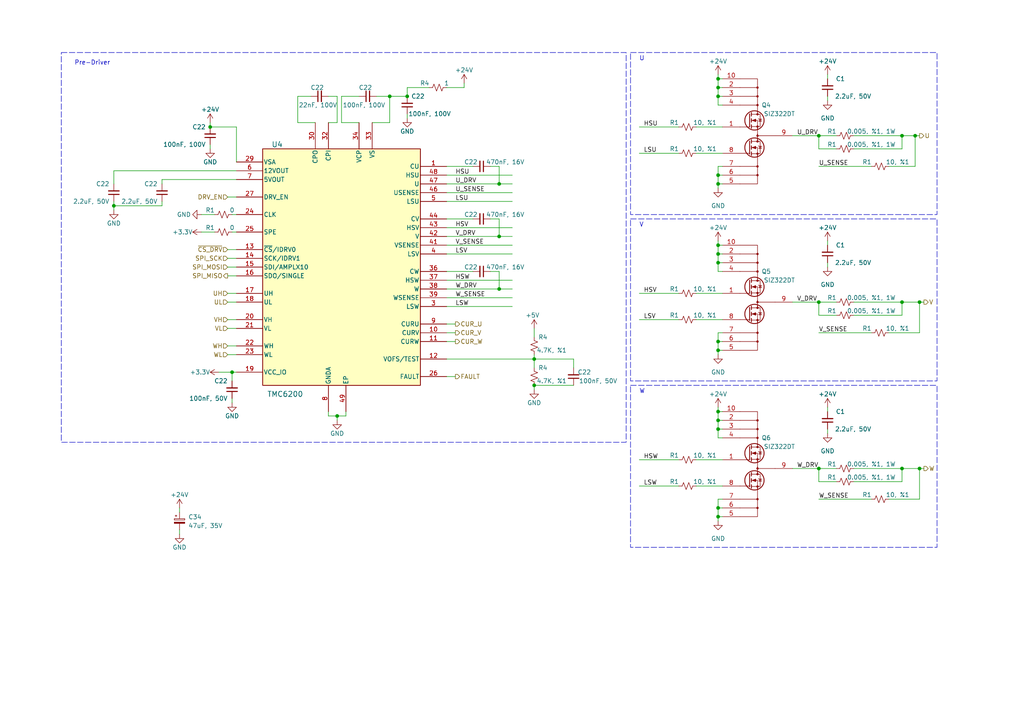
<source format=kicad_sch>
(kicad_sch (version 20230121) (generator eeschema)
  (paper "A4")
  (lib_symbols
    (symbol "Device:C_Polarized_Small" (pin_numbers hide) (pin_names (offset 0.254) hide)
      (property "Reference" "C" (at 0.254 1.778 0))
      (property "Value" "C_Polarized_Small" (at 0.254 -2.032 0))
      (symbol "C_Polarized_Small_0_1"
        (rectangle (start -1.524 -0.3048) (end 1.524 -0.6858) (fill (type outline)))
        (rectangle (start -1.524 0.6858) (end 1.524 0.3048))
        (polyline (pts (xy -1.27 1.524) (xy -0.762 1.524)))
        (polyline (pts (xy -1.016 1.27) (xy -1.016 1.778)))
      )
      (symbol "C_Polarized_Small_1_1"
        (pin passive line (at 0 2.54 270) (length 1.8542) (name "~") (number "1"))
        (pin passive line (at 0 -2.54 90) (length 1.8542) (name "~") (number "2"))
      )
    )
    (symbol "Device:C_Small" (pin_numbers hide) (pin_names (offset 0.254) hide)
      (property "Reference" "C" (at 0.254 1.778 0))
      (property "Value" "C_Small" (at 0.254 -2.032 0))
      (symbol "C_Small_0_1"
        (polyline (pts (xy -1.524 -0.508) (xy 1.524 -0.508)) (stroke (width 0.3302)))
        (polyline (pts (xy -1.524 0.508) (xy 1.524 0.508)) (stroke (width 0.3048)))
      )
      (symbol "C_Small_1_1"
        (pin passive line (at 0 2.54 270) (length 2.032) (name "~") (number "1"))
        (pin passive line (at 0 -2.54 90) (length 2.032) (name "~") (number "2"))
      )
    )
    (symbol "Device:R_Small_US" (pin_numbers hide) (pin_names (offset 0.254) hide)
      (property "Reference" "R" (at 0.762 0.508 0))
      (property "Value" "R_Small_US" (at 0.762 -1.016 0))
      (symbol "R_Small_US_1_1"
        (polyline (pts (xy 0 0) (xy 1.016 -0.381) (xy 0 -0.762) (xy -1.016 -1.143) (xy 0 -1.524)))
        (polyline (pts (xy 0 1.524) (xy 1.016 1.143) (xy 0 0.762) (xy -1.016 0.381) (xy 0 0)))
        (pin passive line (at 0 2.54 270) (length 1.016) (name "~") (number "1"))
        (pin passive line (at 0 -2.54 90) (length 1.016) (name "~") (number "2"))
      )
    )
    (symbol "SIZ322DT-T1-GE3:SIZ322DT-T1-GE3"
      (property "Reference" "Q" (at 2.794 6.604 0))
      (property "Value" "SIZ322DT-T1-GE3" (at 2.794 4.064 0))
      (symbol "SIZ322DT-T1-GE3_0_1"
        (circle (center -0.889 -4.699) (radius 2.794) (stroke (width 0.254)))
        (circle (center -0.889 3.175) (radius 2.794) (stroke (width 0.254)))
        (circle (center 0 -12.7) (radius 0.254) (fill (type outline)))
        (circle (center 0 -10.16) (radius 0.254) (fill (type outline)))
        (circle (center 0 -6.477) (radius 0.254) (fill (type outline)))
        (circle (center 0 -2.921) (radius 0.254) (fill (type outline)))
        (circle (center 0 -1.27) (radius 0.254) (fill (type outline)))
        (polyline (pts (xy -5.08 -6.35) (xy -2.286 -6.35)))
        (polyline (pts (xy -5.08 1.27) (xy -2.286 1.27)))
        (polyline (pts (xy -5.08 7.62) (xy 0 7.62)))
        (polyline (pts (xy -5.08 10.16) (xy 0 10.16)))
        (polyline (pts (xy -2.286 -2.794) (xy -2.286 -6.604)) (stroke (width 0.254)))
        (polyline (pts (xy -2.286 5.08) (xy -2.286 1.27)) (stroke (width 0.254)))
        (polyline (pts (xy -1.778 -5.969) (xy -1.778 -6.985)) (stroke (width 0.254)))
        (polyline (pts (xy -1.778 -4.191) (xy -1.778 -5.207)) (stroke (width 0.254)))
        (polyline (pts (xy -1.778 -2.413) (xy -1.778 -3.429)) (stroke (width 0.254)))
        (polyline (pts (xy -1.778 1.905) (xy -1.778 0.889)) (stroke (width 0.254)))
        (polyline (pts (xy -1.778 3.683) (xy -1.778 2.667)) (stroke (width 0.254)))
        (polyline (pts (xy -1.778 5.461) (xy -1.778 4.445)) (stroke (width 0.254)))
        (polyline (pts (xy 0 -2.794) (xy 0 -0.762)))
        (polyline (pts (xy 0 -2.159) (xy 0 -2.921)))
        (polyline (pts (xy 0 5.715) (xy 0 4.953)))
        (polyline (pts (xy -5.08 -15.24) (xy 0 -15.24) (xy 0 -12.7)))
        (polyline (pts (xy -5.08 -12.7) (xy 0 -12.7) (xy 0 -10.16)))
        (polyline (pts (xy -5.08 -10.16) (xy 0 -10.16) (xy 0 -6.604)))
        (polyline (pts (xy -5.08 12.7) (xy 0 12.7) (xy 0 5.588)))
        (polyline (pts (xy -5.08 15.24) (xy 0 15.24) (xy 0 12.7)))
        (polyline (pts (xy 0 -7.239) (xy 0 -4.699) (xy -1.778 -4.699)))
        (polyline (pts (xy 0 0.635) (xy 0 3.175) (xy -1.778 3.175)))
        (polyline (pts (xy 5.08 -1.27) (xy 0 -1.27) (xy 0 1.27)))
        (polyline (pts (xy -1.778 -6.477) (xy 0.762 -6.477) (xy 0.762 -2.921) (xy -1.778 -2.921)))
        (polyline (pts (xy -1.778 1.397) (xy 0.762 1.397) (xy 0.762 4.953) (xy -1.778 4.953)))
        (polyline (pts (xy -1.524 -4.699) (xy -0.508 -4.318) (xy -0.508 -5.08) (xy -1.524 -4.699)) (fill (type outline)))
        (polyline (pts (xy -1.524 3.175) (xy -0.508 3.556) (xy -0.508 2.794) (xy -1.524 3.175)) (fill (type outline)))
        (polyline (pts (xy 0.254 -4.191) (xy 0.381 -4.318) (xy 1.143 -4.318) (xy 1.27 -4.445)))
        (polyline (pts (xy 0.254 3.683) (xy 0.381 3.556) (xy 1.143 3.556) (xy 1.27 3.429)))
        (polyline (pts (xy 0.762 -4.318) (xy 0.381 -4.953) (xy 1.143 -4.953) (xy 0.762 -4.318)))
        (polyline (pts (xy 0.762 3.556) (xy 0.381 2.921) (xy 1.143 2.921) (xy 0.762 3.556)))
        (circle (center 0 1.397) (radius 0.254) (fill (type outline)))
        (circle (center 0 4.953) (radius 0.254) (fill (type outline)))
        (circle (center 0 7.62) (radius 0.254) (fill (type outline)))
        (circle (center 0 10.16) (radius 0.254) (fill (type outline)))
        (circle (center 0 12.7) (radius 0.254) (fill (type outline)))
      )
      (symbol "SIZ322DT-T1-GE3_1_1"
        (pin passive line (at -10.16 1.27 0) (length 5.08) (name "") (number "1"))
        (pin passive line (at -10.16 15.24 0) (length 5.08) (name "") (number "10"))
        (pin passive line (at -10.16 12.7 0) (length 5.08) (name "") (number "2"))
        (pin passive line (at -10.16 10.16 0) (length 5.08) (name "") (number "3"))
        (pin passive line (at -10.16 7.62 0) (length 5.08) (name "") (number "4"))
        (pin passive line (at -10.16 -15.24 0) (length 5.08) (name "") (number "5"))
        (pin passive line (at -10.16 -12.7 0) (length 5.08) (name "") (number "6"))
        (pin passive line (at -10.16 -10.16 0) (length 5.08) (name "") (number "7"))
        (pin passive line (at -10.16 -6.35 0) (length 5.08) (name "") (number "8"))
        (pin passive line (at 10.16 -1.27 180) (length 5.08) (name "") (number "9"))
      )
    )
    (symbol "TMC6200:TMC6200-TA-T" (pin_names (offset 0.254))
      (property "Reference" "U" (at 10.16 6.35 0))
      (property "Value" "TMC6200" (at 13.97 -64.77 0))
      (property "MPN" "TMC6200-TA" (at 0 0 0))
      (symbol "TMC6200-TA-T_0_0"
        (rectangle (start 7.62 5.08) (end 53.34 -63.5) (stroke (width 0.254)) (fill (type background)))
      )
      (symbol "TMC6200-TA-T_1_1"
        (pin unspecified line (at 60.96 0 180) (length 7.62) (name "CU") (number "1"))
        (pin output line (at 60.96 -48.26 180) (length 7.62) (name "CURV") (number "10"))
        (pin output line (at 60.96 -50.8 180) (length 7.62) (name "CURW") (number "11"))
        (pin input line (at 60.96 -55.88 180) (length 7.62) (name "VOFS/TEST") (number "12"))
        (pin input line (at 0 -24.13 0) (length 7.62) (name "~{CS}/IDRV0") (number "13"))
        (pin input line (at 0 -26.67 0) (length 7.62) (name "SCK/IDRV1") (number "14"))
        (pin input line (at 0 -29.21 0) (length 7.62) (name "SDI/AMPLX10") (number "15"))
        (pin bidirectional line (at 0 -31.75 0) (length 7.62) (name "SDO/SINGLE") (number "16"))
        (pin input line (at 0 -36.83 0) (length 7.62) (name "UH") (number "17"))
        (pin input line (at 0 -39.37 0) (length 7.62) (name "UL") (number "18"))
        (pin power_in line (at 0 -59.69 0) (length 7.62) (name "VCC_IO") (number "19"))
        (pin no_connect line (at 30.48 -36.83 0) (length 7.62) hide (name "NC") (number "2"))
        (pin input line (at 0 -44.45 0) (length 7.62) (name "VH") (number "20"))
        (pin input line (at 0 -46.99 0) (length 7.62) (name "VL") (number "21"))
        (pin input line (at 0 -52.07 0) (length 7.62) (name "WH") (number "22"))
        (pin input line (at 0 -54.61 0) (length 7.62) (name "WL") (number "23"))
        (pin input line (at 0 -13.97 0) (length 7.62) (name "CLK") (number "24"))
        (pin input line (at 0 -19.05 0) (length 7.62) (name "SPE") (number "25"))
        (pin output line (at 60.96 -60.96 180) (length 7.62) (name "FAULT") (number "26"))
        (pin input line (at 0 -8.89 0) (length 7.62) (name "DRV_EN") (number "27"))
        (pin no_connect line (at 30.48 -39.37 0) (length 7.62) hide (name "NC") (number "28"))
        (pin power_in line (at 0 1.27 0) (length 7.62) (name "VSA") (number "29"))
        (pin output line (at 60.96 -40.64 180) (length 7.62) (name "LSW") (number "3"))
        (pin output line (at 22.86 12.7 270) (length 7.62) (name "CPO") (number "30"))
        (pin no_connect line (at 30.48 -41.91 0) (length 7.62) hide (name "NC") (number "31"))
        (pin input line (at 26.67 12.7 270) (length 7.62) (name "CPI") (number "32"))
        (pin power_in line (at 39.37 12.7 270) (length 7.62) (name "VS") (number "33"))
        (pin unspecified line (at 35.56 12.7 270) (length 7.62) (name "VCP") (number "34"))
        (pin no_connect line (at 30.48 -44.45 0) (length 7.62) hide (name "NC") (number "35"))
        (pin unspecified line (at 60.96 -30.48 180) (length 7.62) (name "CW") (number "36"))
        (pin output line (at 60.96 -33.02 180) (length 7.62) (name "HSW") (number "37"))
        (pin unspecified line (at 60.96 -35.56 180) (length 7.62) (name "W") (number "38"))
        (pin unspecified line (at 60.96 -38.1 180) (length 7.62) (name "WSENSE") (number "39"))
        (pin output line (at 60.96 -25.4 180) (length 7.62) (name "LSV") (number "4"))
        (pin no_connect line (at 30.48 -46.99 0) (length 7.62) hide (name "NC") (number "40"))
        (pin unspecified line (at 60.96 -22.86 180) (length 7.62) (name "VSENSE") (number "41"))
        (pin unspecified line (at 60.96 -20.32 180) (length 7.62) (name "V") (number "42"))
        (pin output line (at 60.96 -17.78 180) (length 7.62) (name "HSV") (number "43"))
        (pin unspecified line (at 60.96 -15.24 180) (length 7.62) (name "CV") (number "44"))
        (pin no_connect line (at 30.48 -49.53 0) (length 7.62) hide (name "NC") (number "45"))
        (pin unspecified line (at 60.96 -7.62 180) (length 7.62) (name "USENSE") (number "46"))
        (pin unspecified line (at 60.96 -5.08 180) (length 7.62) (name "U") (number "47"))
        (pin output line (at 60.96 -2.54 180) (length 7.62) (name "HSU") (number "48"))
        (pin unspecified line (at 31.75 -71.12 90) (length 7.62) (name "EP") (number "49"))
        (pin output line (at 60.96 -10.16 180) (length 7.62) (name "LSU") (number "5"))
        (pin output line (at 0 -1.27 0) (length 7.62) (name "12VOUT") (number "6"))
        (pin output line (at 0 -3.81 0) (length 7.62) (name "5VOUT") (number "7"))
        (pin power_in line (at 26.67 -71.12 90) (length 7.62) (name "GNDA") (number "8"))
        (pin output line (at 60.96 -45.72 180) (length 7.62) (name "CURU") (number "9"))
      )
    )
    (symbol "power:+24V" (power) (pin_names (offset 0))
      (property "Value" "+24V" (at 0 3.556 0))
      (symbol "+24V_0_1"
        (polyline (pts (xy -0.762 1.27) (xy 0 2.54)))
        (polyline (pts (xy 0 0) (xy 0 2.54)))
        (polyline (pts (xy 0 2.54) (xy 0.762 1.27)))
      )
      (symbol "+24V_1_1"
        (pin power_in line (at 0 0 90) (length 0) hide (name "+24V") (number "1"))
      )
    )
    (symbol "power:+3.3V" (power) (pin_names (offset 0))
      (property "Value" "+3.3V" (at 0 3.556 0))
      (symbol "+3.3V_0_1"
        (polyline (pts (xy -0.762 1.27) (xy 0 2.54)))
        (polyline (pts (xy 0 0) (xy 0 2.54)))
        (polyline (pts (xy 0 2.54) (xy 0.762 1.27)))
      )
      (symbol "+3.3V_1_1"
        (pin power_in line (at 0 0 90) (length 0) hide (name "+3.3V") (number "1"))
      )
    )
    (symbol "power:+5V" (power) (pin_names (offset 0))
      (property "Value" "+5V" (at 0 3.556 0))
      (symbol "+5V_0_1"
        (polyline (pts (xy -0.762 1.27) (xy 0 2.54)))
        (polyline (pts (xy 0 0) (xy 0 2.54)))
        (polyline (pts (xy 0 2.54) (xy 0.762 1.27)))
      )
      (symbol "+5V_1_1"
        (pin power_in line (at 0 0 90) (length 0) hide (name "+5V") (number "1"))
      )
    )
    (symbol "power:GND" (power) (pin_names (offset 0))
      (property "Value" "GND" (at 0 -3.81 0))
      (symbol "GND_0_1"
        (polyline (pts (xy 0 0) (xy 0 -1.27) (xy 1.27 -1.27) (xy 0 -2.54) (xy -1.27 -1.27) (xy 0 -1.27)))
      )
      (symbol "GND_1_1"
        (pin power_in line (at 0 0 270) (length 0) hide (name "GND") (number "1"))
      )
    )
  )
  (junction (at 237.49 87.63))
  (junction (at 154.94 104.14))
  (junction (at 208.28 22.86))
  (junction (at 208.28 73.66))
  (junction (at 265.43 39.37))
  (junction (at 208.28 124.46))
  (junction (at 144.78 53.34))
  (junction (at 261.62 135.89))
  (junction (at 208.28 27.94))
  (junction (at 208.28 147.32))
  (junction (at 208.28 71.12))
  (junction (at 261.62 39.37))
  (junction (at 154.94 111.76))
  (junction (at 33.02 59.69))
  (junction (at 237.49 135.89))
  (junction (at 144.78 83.82))
  (junction (at 67.31 107.95))
  (junction (at 266.7 87.63))
  (junction (at 208.28 149.86))
  (junction (at 208.28 25.4))
  (junction (at 208.28 76.2))
  (junction (at 113.03 27.94))
  (junction (at 208.28 119.38))
  (junction (at 208.28 101.6))
  (junction (at 118.11 27.94))
  (junction (at 261.62 87.63))
  (junction (at 60.96 36.83))
  (junction (at 208.28 53.34))
  (junction (at 144.78 68.58))
  (junction (at 208.28 99.06))
  (junction (at 208.28 121.92))
  (junction (at 97.79 120.65))
  (junction (at 237.49 39.37))
  (junction (at 266.7 135.89))
  (junction (at 208.28 50.8))
  (wire (pts (xy 237.49 96.52) (xy 252.73 96.52)))
  (wire (pts (xy 208.28 144.78) (xy 208.28 147.32)))
  (wire (pts (xy 129.54 50.8) (xy 148.59 50.8)))
  (wire (pts (xy 237.49 48.26) (xy 252.73 48.26)))
  (wire (pts (xy 247.65 39.37) (xy 261.62 39.37)))
  (wire (pts (xy 67.31 67.31) (xy 68.58 67.31)))
  (wire (pts (xy 208.28 53.34) (xy 208.28 54.61)))
  (wire (pts (xy 266.7 87.63) (xy 266.7 96.52)))
  (wire (pts (xy 240.03 21.59) (xy 240.03 22.86)))
  (wire (pts (xy 208.28 22.86) (xy 208.28 25.4)))
  (wire (pts (xy 129.54 78.74) (xy 137.16 78.74)))
  (wire (pts (xy 208.28 149.86) (xy 209.55 149.86)))
  (wire (pts (xy 144.78 53.34) (xy 148.59 53.34)))
  (wire (pts (xy 208.28 27.94) (xy 209.55 27.94)))
  (wire (pts (xy 33.02 58.42) (xy 33.02 59.69)))
  (wire (pts (xy 208.28 99.06) (xy 209.55 99.06)))
  (wire (pts (xy 247.65 135.89) (xy 261.62 135.89)))
  (wire (pts (xy 208.28 127) (xy 209.55 127)))
  (wire (pts (xy 67.31 110.49) (xy 67.31 107.95)))
  (wire (pts (xy 68.58 49.53) (xy 33.02 49.53)))
  (wire (pts (xy 240.03 69.85) (xy 240.03 71.12)))
  (wire (pts (xy 97.79 120.65) (xy 100.33 120.65)))
  (wire (pts (xy 68.58 46.99) (xy 68.58 36.83)))
  (wire (pts (xy 52.07 153.67) (xy 52.07 154.94)))
  (wire (pts (xy 66.04 72.39) (xy 68.58 72.39)))
  (wire (pts (xy 66.04 102.87) (xy 68.58 102.87)))
  (wire (pts (xy 66.04 77.47) (xy 68.58 77.47)))
  (wire (pts (xy 242.57 43.18) (xy 237.49 43.18)))
  (wire (pts (xy 237.49 87.63) (xy 242.57 87.63)))
  (wire (pts (xy 144.78 83.82) (xy 148.59 83.82)))
  (wire (pts (xy 67.31 62.23) (xy 68.58 62.23)))
  (wire (pts (xy 261.62 87.63) (xy 261.62 91.44)))
  (wire (pts (xy 58.42 67.31) (xy 62.23 67.31)))
  (wire (pts (xy 229.87 39.37) (xy 237.49 39.37)))
  (wire (pts (xy 267.97 87.63) (xy 266.7 87.63)))
  (wire (pts (xy 185.42 44.45) (xy 196.85 44.45)))
  (wire (pts (xy 118.11 33.02) (xy 118.11 34.29)))
  (wire (pts (xy 118.11 25.4) (xy 118.11 27.94)))
  (wire (pts (xy 91.44 35.56) (xy 86.36 35.56)))
  (wire (pts (xy 95.25 119.38) (xy 95.25 120.65)))
  (wire (pts (xy 261.62 91.44) (xy 247.65 91.44)))
  (wire (pts (xy 208.28 96.52) (xy 208.28 99.06)))
  (wire (pts (xy 208.28 73.66) (xy 209.55 73.66)))
  (wire (pts (xy 66.04 100.33) (xy 68.58 100.33)))
  (wire (pts (xy 129.54 93.98) (xy 132.08 93.98)))
  (wire (pts (xy 208.28 76.2) (xy 208.28 78.74)))
  (wire (pts (xy 154.94 111.76) (xy 166.37 111.76)))
  (wire (pts (xy 201.93 85.09) (xy 209.55 85.09)))
  (wire (pts (xy 144.78 48.26) (xy 144.78 53.34)))
  (wire (pts (xy 113.03 27.94) (xy 118.11 27.94)))
  (wire (pts (xy 261.62 135.89) (xy 261.62 139.7)))
  (wire (pts (xy 265.43 48.26) (xy 257.81 48.26)))
  (wire (pts (xy 33.02 59.69) (xy 46.99 59.69)))
  (wire (pts (xy 261.62 43.18) (xy 247.65 43.18)))
  (wire (pts (xy 237.49 135.89) (xy 242.57 135.89)))
  (wire (pts (xy 208.28 149.86) (xy 208.28 151.13)))
  (wire (pts (xy 208.28 119.38) (xy 208.28 121.92)))
  (wire (pts (xy 208.28 124.46) (xy 209.55 124.46)))
  (wire (pts (xy 129.54 88.9) (xy 148.59 88.9)))
  (wire (pts (xy 261.62 139.7) (xy 247.65 139.7)))
  (wire (pts (xy 97.79 120.65) (xy 95.25 120.65)))
  (wire (pts (xy 67.31 107.95) (xy 68.58 107.95)))
  (wire (pts (xy 209.55 22.86) (xy 208.28 22.86)))
  (wire (pts (xy 240.03 76.2) (xy 240.03 77.47)))
  (wire (pts (xy 142.24 78.74) (xy 144.78 78.74)))
  (wire (pts (xy 100.33 120.65) (xy 100.33 119.38)))
  (wire (pts (xy 129.54 63.5) (xy 137.16 63.5)))
  (wire (pts (xy 68.58 36.83) (xy 60.96 36.83)))
  (wire (pts (xy 86.36 27.94) (xy 90.17 27.94)))
  (wire (pts (xy 208.28 78.74) (xy 209.55 78.74)))
  (wire (pts (xy 46.99 52.07) (xy 46.99 53.34)))
  (wire (pts (xy 129.54 104.14) (xy 154.94 104.14)))
  (wire (pts (xy 185.42 133.35) (xy 196.85 133.35)))
  (wire (pts (xy 99.06 35.56) (xy 104.14 35.56)))
  (wire (pts (xy 129.54 83.82) (xy 144.78 83.82)))
  (wire (pts (xy 124.46 25.4) (xy 118.11 25.4)))
  (wire (pts (xy 208.28 30.48) (xy 209.55 30.48)))
  (wire (pts (xy 208.28 50.8) (xy 208.28 53.34)))
  (wire (pts (xy 237.49 39.37) (xy 242.57 39.37)))
  (wire (pts (xy 185.42 36.83) (xy 196.85 36.83)))
  (wire (pts (xy 240.03 124.46) (xy 240.03 125.73)))
  (wire (pts (xy 60.96 35.56) (xy 60.96 36.83)))
  (wire (pts (xy 113.03 27.94) (xy 113.03 35.56)))
  (wire (pts (xy 201.93 44.45) (xy 209.55 44.45)))
  (wire (pts (xy 142.24 48.26) (xy 144.78 48.26)))
  (wire (pts (xy 208.28 27.94) (xy 208.28 30.48)))
  (wire (pts (xy 66.04 85.09) (xy 68.58 85.09)))
  (wire (pts (xy 129.54 55.88) (xy 148.59 55.88)))
  (wire (pts (xy 261.62 39.37) (xy 261.62 43.18)))
  (wire (pts (xy 208.28 76.2) (xy 209.55 76.2)))
  (wire (pts (xy 240.03 27.94) (xy 240.03 29.21)))
  (wire (pts (xy 99.06 27.94) (xy 99.06 35.56)))
  (wire (pts (xy 237.49 139.7) (xy 237.49 135.89)))
  (wire (pts (xy 129.54 25.4) (xy 134.62 25.4)))
  (wire (pts (xy 209.55 119.38) (xy 208.28 119.38)))
  (wire (pts (xy 129.54 53.34) (xy 144.78 53.34)))
  (wire (pts (xy 242.57 91.44) (xy 237.49 91.44)))
  (wire (pts (xy 208.28 101.6) (xy 208.28 102.87)))
  (wire (pts (xy 240.03 118.11) (xy 240.03 119.38)))
  (wire (pts (xy 185.42 85.09) (xy 196.85 85.09)))
  (wire (pts (xy 266.7 96.52) (xy 257.81 96.52)))
  (wire (pts (xy 229.87 135.89) (xy 237.49 135.89)))
  (wire (pts (xy 134.62 25.4) (xy 134.62 24.13)))
  (wire (pts (xy 266.7 144.78) (xy 257.81 144.78)))
  (wire (pts (xy 66.04 87.63) (xy 68.58 87.63)))
  (wire (pts (xy 144.78 78.74) (xy 144.78 83.82)))
  (wire (pts (xy 201.93 133.35) (xy 209.55 133.35)))
  (wire (pts (xy 208.28 124.46) (xy 208.28 127)))
  (wire (pts (xy 266.7 135.89) (xy 267.97 135.89)))
  (wire (pts (xy 208.28 21.59) (xy 208.28 22.86)))
  (wire (pts (xy 185.42 92.71) (xy 196.85 92.71)))
  (wire (pts (xy 144.78 68.58) (xy 148.59 68.58)))
  (wire (pts (xy 97.79 121.92) (xy 97.79 120.65)))
  (wire (pts (xy 129.54 109.22) (xy 132.08 109.22)))
  (wire (pts (xy 247.65 87.63) (xy 261.62 87.63)))
  (wire (pts (xy 58.42 62.23) (xy 62.23 62.23)))
  (wire (pts (xy 129.54 48.26) (xy 137.16 48.26)))
  (wire (pts (xy 154.94 104.14) (xy 154.94 106.68)))
  (wire (pts (xy 154.94 95.25) (xy 154.94 97.79)))
  (wire (pts (xy 166.37 106.68) (xy 166.37 104.14)))
  (wire (pts (xy 261.62 39.37) (xy 265.43 39.37)))
  (wire (pts (xy 154.94 102.87) (xy 154.94 104.14)))
  (wire (pts (xy 208.28 53.34) (xy 209.55 53.34)))
  (wire (pts (xy 208.28 69.85) (xy 208.28 71.12)))
  (wire (pts (xy 209.55 96.52) (xy 208.28 96.52)))
  (wire (pts (xy 208.28 48.26) (xy 208.28 50.8)))
  (wire (pts (xy 208.28 71.12) (xy 208.28 73.66)))
  (wire (pts (xy 129.54 96.52) (xy 132.08 96.52)))
  (wire (pts (xy 129.54 99.06) (xy 132.08 99.06)))
  (wire (pts (xy 209.55 48.26) (xy 208.28 48.26)))
  (wire (pts (xy 129.54 73.66) (xy 148.59 73.66)))
  (wire (pts (xy 208.28 121.92) (xy 208.28 124.46)))
  (wire (pts (xy 208.28 99.06) (xy 208.28 101.6)))
  (wire (pts (xy 208.28 121.92) (xy 209.55 121.92)))
  (wire (pts (xy 60.96 41.91) (xy 60.96 43.18)))
  (wire (pts (xy 208.28 25.4) (xy 208.28 27.94)))
  (wire (pts (xy 66.04 92.71) (xy 68.58 92.71)))
  (wire (pts (xy 66.04 74.93) (xy 68.58 74.93)))
  (wire (pts (xy 129.54 71.12) (xy 148.59 71.12)))
  (wire (pts (xy 208.28 50.8) (xy 209.55 50.8)))
  (wire (pts (xy 261.62 87.63) (xy 266.7 87.63)))
  (wire (pts (xy 66.04 80.01) (xy 68.58 80.01)))
  (wire (pts (xy 129.54 68.58) (xy 144.78 68.58)))
  (wire (pts (xy 266.7 135.89) (xy 266.7 144.78)))
  (wire (pts (xy 86.36 35.56) (xy 86.36 27.94)))
  (wire (pts (xy 129.54 58.42) (xy 148.59 58.42)))
  (wire (pts (xy 33.02 49.53) (xy 33.02 53.34)))
  (wire (pts (xy 66.04 95.25) (xy 68.58 95.25)))
  (wire (pts (xy 33.02 60.96) (xy 33.02 59.69)))
  (wire (pts (xy 208.28 25.4) (xy 209.55 25.4)))
  (wire (pts (xy 229.87 87.63) (xy 237.49 87.63)))
  (wire (pts (xy 46.99 58.42) (xy 46.99 59.69)))
  (wire (pts (xy 265.43 39.37) (xy 265.43 48.26)))
  (wire (pts (xy 242.57 139.7) (xy 237.49 139.7)))
  (wire (pts (xy 208.28 147.32) (xy 208.28 149.86)))
  (wire (pts (xy 107.95 35.56) (xy 113.03 35.56)))
  (wire (pts (xy 208.28 73.66) (xy 208.28 76.2)))
  (wire (pts (xy 68.58 52.07) (xy 46.99 52.07)))
  (wire (pts (xy 185.42 140.97) (xy 196.85 140.97)))
  (wire (pts (xy 67.31 115.57) (xy 67.31 116.84)))
  (wire (pts (xy 208.28 101.6) (xy 209.55 101.6)))
  (wire (pts (xy 209.55 71.12) (xy 208.28 71.12)))
  (wire (pts (xy 166.37 104.14) (xy 154.94 104.14)))
  (wire (pts (xy 95.25 35.56) (xy 97.79 35.56)))
  (wire (pts (xy 208.28 147.32) (xy 209.55 147.32)))
  (wire (pts (xy 97.79 27.94) (xy 95.25 27.94)))
  (wire (pts (xy 129.54 86.36) (xy 148.59 86.36)))
  (wire (pts (xy 129.54 81.28) (xy 148.59 81.28)))
  (wire (pts (xy 237.49 91.44) (xy 237.49 87.63)))
  (wire (pts (xy 201.93 92.71) (xy 209.55 92.71)))
  (wire (pts (xy 237.49 144.78) (xy 252.73 144.78)))
  (wire (pts (xy 142.24 63.5) (xy 144.78 63.5)))
  (wire (pts (xy 201.93 36.83) (xy 209.55 36.83)))
  (wire (pts (xy 52.07 147.32) (xy 52.07 148.59)))
  (wire (pts (xy 63.5 107.95) (xy 67.31 107.95)))
  (wire (pts (xy 237.49 43.18) (xy 237.49 39.37)))
  (wire (pts (xy 154.94 111.76) (xy 154.94 113.03)))
  (wire (pts (xy 144.78 63.5) (xy 144.78 68.58)))
  (wire (pts (xy 265.43 39.37) (xy 266.7 39.37)))
  (wire (pts (xy 261.62 135.89) (xy 266.7 135.89)))
  (wire (pts (xy 209.55 144.78) (xy 208.28 144.78)))
  (wire (pts (xy 104.14 27.94) (xy 99.06 27.94)))
  (wire (pts (xy 129.54 66.04) (xy 148.59 66.04)))
  (wire (pts (xy 113.03 27.94) (xy 109.22 27.94)))
  (wire (pts (xy 201.93 140.97) (xy 209.55 140.97)))
  (wire (pts (xy 66.04 57.15) (xy 68.58 57.15)))
  (wire (pts (xy 97.79 35.56) (xy 97.79 27.94)))
  (wire (pts (xy 208.28 118.11) (xy 208.28 119.38)))
  (rectangle (start 182.88 63.5) (end 271.78 110.49) (stroke (width 0) (type dash)))
  (rectangle (start 182.88 15.24) (end 271.78 62.23) (stroke (width 0) (type dash)))
  (rectangle (start 182.88 111.76) (end 271.78 158.75) (stroke (width 0) (type dash)))
  (rectangle (start 17.78 15.24) (end 181.61 128.27) (stroke (width 0) (type dash)))
  (text "V" (at 185.42 66.04 0) (effects (font (size 1.27 1.27)) (justify left bottom)))
  (text "W" (at 185.42 114.3 0) (effects (font (size 1.27 1.27)) (justify left bottom)))
  (text "U" (at 185.42 17.78 0) (effects (font (size 1.27 1.27)) (justify left bottom)))
  (text "Pre-Driver" (at 21.59 19.05 0) (effects (font (size 1.27 1.27)) (justify left bottom)))
  (label "U_DRV" (at 231.14 39.37 0))
  (label "LSV" (at 186.69 92.71 0))
  (label "U_SENSE" (at 132.08 55.88 0))
  (label "W_DRV" (at 132.08 83.82 0))
  (label "LSW" (at 132.08 88.9 0))
  (label "V_DRV" (at 132.08 68.58 0))
  (label "LSU" (at 132.08 58.42 0))
  (label "HSV" (at 132.08 66.04 0))
  (label "W_SENSE" (at 132.08 86.36 0))
  (label "W_SENSE" (at 237.49 144.78 0))
  (label "HSW" (at 132.08 81.28 0))
  (label "HSU" (at 186.69 36.83 0))
  (label "U_DRV" (at 132.08 53.34 0))
  (label "LSV" (at 132.08 73.66 0))
  (label "HSU" (at 132.08 50.8 0))
  (label "HSW" (at 186.69 133.35 0))
  (label "HSV" (at 186.69 85.09 0))
  (label "U_SENSE" (at 237.49 48.26 0))
  (label "V_DRV" (at 231.14 87.63 0))
  (label "W_DRV" (at 231.14 135.89 0))
  (label "V_SENSE" (at 132.08 71.12 0))
  (label "V_SENSE" (at 237.49 96.52 0))
  (label "LSU" (at 186.69 44.45 0))
  (label "LSW" (at 186.69 140.97 0))
  (hierarchical_label "SPI_MISO" (shape output) (at 66.04 80.01 180))
  (hierarchical_label "CUR_W" (shape output) (at 132.08 99.06 0))
  (hierarchical_label "WL" (shape input) (at 66.04 102.87 180))
  (hierarchical_label "UH" (shape input) (at 66.04 85.09 180))
  (hierarchical_label "CUR_U" (shape output) (at 132.08 93.98 0))
  (hierarchical_label "W" (shape output) (at 267.97 135.89 0))
  (hierarchical_label "DRV_EN" (shape input) (at 66.04 57.15 180))
  (hierarchical_label "VL" (shape input) (at 66.04 95.25 180))
  (hierarchical_label "U" (shape output) (at 266.7 39.37 0))
  (hierarchical_label "~{CS_DRV}" (shape input) (at 66.04 72.39 180))
  (hierarchical_label "SPI_MOSI" (shape input) (at 66.04 77.47 180))
  (hierarchical_label "FAULT" (shape output) (at 132.08 109.22 0))
  (hierarchical_label "SPI_SCK" (shape input) (at 66.04 74.93 180))
  (hierarchical_label "VH" (shape input) (at 66.04 92.71 180))
  (hierarchical_label "V" (shape output) (at 267.97 87.63 0))
  (hierarchical_label "WH" (shape input) (at 66.04 100.33 180))
  (hierarchical_label "UL" (shape input) (at 66.04 87.63 180))
  (hierarchical_label "CUR_V" (shape output) (at 132.08 96.52 0))
  (symbol (lib_id "power:GND") (at 97.79 121.92 0) (unit 1)
    (property "Reference" "#PWR035" (effects hide))
    (property "Value" "GND" (at 97.79 125.73 0))
  )
  (symbol (lib_id "power:+24V") (at 134.62 24.13 0) (unit 1)
    (property "Reference" "#PWR038" (effects hide))
    (property "Value" "+24V" (at 134.62 20.32 0))
  )
  (symbol (lib_id "power:GND") (at 154.94 113.03 0) (unit 1)
    (property "Reference" "#PWR048" (effects hide))
    (property "Value" "GND" (at 154.94 116.84 0))
  )
  (symbol (lib_id "SIZ322DT-T1-GE3:SIZ322DT-T1-GE3") (at 219.71 134.62 0) (unit 1)
    (property "Reference" "Q6" (at 222.25 127 0))
    (property "Value" "SIZ322DT" (at 226.06 129.54 0))
    (property "Footprint" "SIZ322DT-T1-GE3:SIZ340DTT1GE3" (effects hide))
    (property "Datasheet" "https://www.vishay.com/docs/79370/siz322dt.pdf" (effects hide))
    (property "MPN" "SIZ322DT-T1-GE3" (effects hide))
  )
  (symbol (lib_id "Device:R_Small_US") (at 199.39 44.45 90) (unit 1)
    (property "Reference" "R1" (at 195.58 43.18 90))
    (property "Value" "10, %1" (at 204.47 43.18 90))
    (property "Footprint" "Resistor_SMD:R_0402_1005Metric" (effects hide))
    (property "MPN" "ERJ-2RKF10R0X" (effects hide))
    (instances (project "motor-driver" (path "" (reference "R1") (unit 1)) (path "" (reference "R31") (unit 1))))
  )
  (symbol (lib_id "power:GND") (at 52.07 154.94 0) (unit 1)
    (property "Reference" "#PWR046" (effects hide))
    (property "Value" "GND" (at 52.07 158.75 0))
  )
  (symbol (lib_id "power:+24V") (at 240.03 69.85 0) (unit 1)
    (property "Reference" "#PWR065" (effects hide))
    (property "Value" "+24V" (at 240.03 66.04 0))
  )
  (symbol (lib_id "Device:C_Small") (at 60.96 39.37 180) (unit 1)
    (property "Reference" "C22" (at 59.69 36.83 0) (effects (justify left)))
    (property "Value" "100nF, 100V" (at 59.69 41.91 0) (effects (justify left)))
    (property "Footprint" "Capacitor_SMD:C_0603_1608Metric" (effects hide))
    (property "MPN" "CL10B104KC8NNNC" (effects hide))
    (instances (project "motor-driver" (path "" (reference "C22") (unit 1)) (path "" (reference "C23") (unit 1))))
  )
  (symbol (lib_id "Device:C_Small") (at 33.02 55.88 180) (unit 1)
    (property "Reference" "C22" (at 31.75 53.34 0) (effects (justify left)))
    (property "Value" "2.2uF, 50V" (at 31.75 58.42 0) (effects (justify left)))
    (property "Footprint" "Capacitor_SMD:C_0805_2012Metric" (effects hide))
    (property "MPN" "UMK212BB7225KG-T" (effects hide))
    (instances (project "motor-driver" (path "" (reference "C22") (unit 1)) (path "" (reference "C24") (unit 1))))
  )
  (symbol (lib_id "TMC6200:TMC6200-TA-T") (at 68.58 48.26 0) (unit 1)
    (property "Reference" "U4" (at 78.74 41.91 0) (effects (font (size 1.524 1.524)) (justify left)))
    (property "Value" "TMC6200" (at 77.47 114.3 0) (effects (font (size 1.524 1.524)) (justify left)))
    (property "Footprint" "Package_QFP:TQFP-48-1EP_7x7mm_P0.5mm_EP5x5mm" (effects hide))
    (property "Datasheet" "TMC6200-TA-T" (effects hide))
    (property "MPN" "TMC6200-TA" (effects hide))
  )
  (symbol (lib_id "power:GND") (at 208.28 102.87 0) (unit 1)
    (property "Reference" "#PWR060" (effects hide))
    (property "Value" "GND" (at 208.28 107.95 0))
  )
  (symbol (lib_id "Device:C_Small") (at 67.31 113.03 180) (unit 1)
    (property "Reference" "C22" (at 66.04 110.49 0) (effects (justify left)))
    (property "Value" "100nF, 50V" (at 66.04 115.57 0) (effects (justify left)))
    (property "Footprint" "Capacitor_SMD:C_0402_1005Metric" (effects hide))
    (property "MPN" "CL05B104KB54PNC" (effects hide))
    (instances (project "motor-driver" (path "" (reference "C22") (unit 1)) (path "" (reference "C33") (unit 1))))
  )
  (symbol (lib_id "Device:C_Small") (at 106.68 27.94 90) (unit 1)
    (property "Reference" "C22" (at 107.95 25.4 90) (effects (justify left)))
    (property "Value" "100nF, 100V" (at 111.76 30.48 90) (effects (justify left)))
    (property "Footprint" "Capacitor_SMD:C_0603_1608Metric" (effects hide))
    (property "MPN" "CL10B104KC8NNNC" (effects hide))
    (instances (project "motor-driver" (path "" (reference "C22") (unit 1)) (path "" (reference "C27") (unit 1))))
  )
  (symbol (lib_id "Device:R_Small_US") (at 255.27 96.52 90) (unit 1)
    (property "Reference" "R1" (at 251.46 95.25 90))
    (property "Value" "10, %1" (at 260.35 95.25 90))
    (property "Footprint" "Resistor_SMD:R_0402_1005Metric" (effects hide))
    (property "MPN" "ERJ-2RKF10R0X" (effects hide))
    (instances (project "motor-driver" (path "" (reference "R1") (unit 1)) (path "" (reference "R43") (unit 1))))
  )
  (symbol (lib_id "power:GND") (at 208.28 151.13 0) (unit 1)
    (property "Reference" "#PWR062" (effects hide))
    (property "Value" "GND" (at 208.28 156.21 0))
  )
  (symbol (lib_id "power:+24V") (at 60.96 35.56 0) (unit 1)
    (property "Reference" "#PWR036" (effects hide))
    (property "Value" "+24V" (at 60.96 31.75 0))
  )
  (symbol (lib_id "Device:R_Small_US") (at 154.94 100.33 180) (unit 1)
    (property "Reference" "R4" (at 157.48 97.79 0))
    (property "Value" "4.7K, %1" (at 160.02 101.6 0))
    (property "Footprint" "Resistor_SMD:R_0402_1005Metric" (effects hide))
    (property "MPN" "ERJ-2RKF4701X" (effects hide))
    (instances (project "motor-driver" (path "" (reference "R4") (unit 1)) (path "" (reference "R15") (unit 1))))
  )
  (symbol (lib_id "Device:C_Small") (at 166.37 109.22 180) (unit 1)
    (property "Reference" "C22" (at 171.45 107.95 0) (effects (justify left)))
    (property "Value" "100nF, 50V" (at 179.07 110.49 0) (effects (justify left)))
    (property "Footprint" "Capacitor_SMD:C_0402_1005Metric" (effects hide))
    (property "MPN" "CL05B104KB54PNC" (effects hide))
    (instances (project "motor-driver" (path "" (reference "C22") (unit 1)) (path "" (reference "C32") (unit 1))))
  )
  (symbol (lib_id "power:+3.3V") (at 63.5 107.95 90) (unit 1)
    (property "Reference" "#PWR02" (effects hide))
    (property "Value" "+3.3V" (at 60.96 107.95 90) (effects (justify left)))
    (instances (project "motor-driver" (path "" (reference "#PWR02") (unit 1)) (path "" (reference "#PWR044") (unit 1))))
  )
  (symbol (lib_id "power:GND") (at 240.03 29.21 0) (unit 1)
    (property "Reference" "#PWR064" (effects hide))
    (property "Value" "GND" (at 240.03 34.29 0))
  )
  (symbol (lib_id "power:GND") (at 118.11 34.29 0) (unit 1)
    (property "Reference" "#PWR040" (effects hide))
    (property "Value" "GND" (at 118.11 38.1 0))
  )
  (symbol (lib_id "Device:R_Small_US") (at 245.11 139.7 90) (unit 1)
    (property "Reference" "R1" (at 241.3 138.43 90))
    (property "Value" "0.005, %1, 1W" (at 252.73 138.43 90))
    (property "Footprint" "Resistor_SMD:R_1206_3216Metric" (effects hide))
    (property "MPN" "CFN1206-FX-R005ELF" (effects hide))
    (instances (project "motor-driver" (path "" (reference "R1") (unit 1)) (path "" (reference "R41") (unit 1))))
  )
  (symbol (lib_id "Device:R_Small_US") (at 127 25.4 270) (unit 1)
    (property "Reference" "R4" (at 123.19 24.13 90))
    (property "Value" "1" (at 129.54 24.13 90))
    (property "Footprint" "Resistor_SMD:R_0402_1005Metric" (effects hide))
    (property "MPN" "RC0402FR-071RL" (effects hide))
    (instances (project "motor-driver" (path "" (reference "R4") (unit 1)) (path "" (reference "R51") (unit 1))))
  )
  (symbol (lib_id "Device:C_Small") (at 118.11 30.48 180) (unit 1)
    (property "Reference" "C22" (at 123.19 27.94 0) (effects (justify left)))
    (property "Value" "100nF, 100V" (at 130.81 33.02 0) (effects (justify left)))
    (property "Footprint" "Capacitor_SMD:C_0603_1608Metric" (effects hide))
    (property "MPN" "CL10B104KC8NNNC" (effects hide))
    (instances (project "motor-driver" (path "" (reference "C22") (unit 1)) (path "" (reference "C28") (unit 1))))
  )
  (symbol (lib_id "power:GND") (at 240.03 125.73 0) (unit 1)
    (property "Reference" "#PWR068" (effects hide))
    (property "Value" "GND" (at 240.03 130.81 0))
  )
  (symbol (lib_id "power:GND") (at 240.03 77.47 0) (unit 1)
    (property "Reference" "#PWR066" (effects hide))
    (property "Value" "GND" (at 240.03 82.55 0))
  )
  (symbol (lib_id "power:GND") (at 60.96 43.18 0) (unit 1)
    (property "Reference" "#PWR037" (effects hide))
    (property "Value" "GND" (at 60.96 46.99 0))
  )
  (symbol (lib_id "Device:R_Small_US") (at 245.11 39.37 90) (unit 1)
    (property "Reference" "R1" (at 241.3 38.1 90))
    (property "Value" "0.005, %1, 1W" (at 252.73 38.1 90))
    (property "Footprint" "Resistor_SMD:R_1206_3216Metric" (effects hide))
    (property "MPN" "CFN1206-FX-R005ELF" (effects hide))
    (instances (project "motor-driver" (path "" (reference "R1") (unit 1)) (path "" (reference "R36") (unit 1))))
  )
  (symbol (lib_id "power:+24V") (at 208.28 21.59 0) (unit 1)
    (property "Reference" "#PWR057" (effects hide))
    (property "Value" "+24V" (at 208.28 17.78 0))
  )
  (symbol (lib_id "Device:R_Small_US") (at 199.39 133.35 90) (unit 1)
    (property "Reference" "R1" (at 195.58 132.08 90))
    (property "Value" "10, %1" (at 204.47 132.08 90))
    (property "Footprint" "Resistor_SMD:R_0402_1005Metric" (effects hide))
    (property "MPN" "ERJ-2RKF10R0X" (effects hide))
    (instances (project "motor-driver" (path "" (reference "R1") (unit 1)) (path "" (reference "R34") (unit 1))))
  )
  (symbol (lib_id "Device:R_Small_US") (at 64.77 62.23 90) (unit 1)
    (property "Reference" "R1" (at 60.96 60.96 90))
    (property "Value" "0" (at 67.31 60.96 90))
    (property "Footprint" "Resistor_SMD:R_0402_1005Metric" (effects hide))
    (property "MPN" "ERJ-2GE0R00X" (effects hide))
    (instances (project "motor-driver" (path "" (reference "R1") (unit 1)) (path "" (reference "R14") (unit 1))))
  )
  (symbol (lib_id "Device:C_Polarized_Small") (at 52.07 151.13 0) (unit 1)
    (property "Reference" "C34" (at 54.61 149.9489 0) (effects (justify left)))
    (property "Value" "47uF, 35V" (at 54.61 152.4889 0) (effects (justify left)))
    (property "Footprint" "Capacitor_SMD:CP_Elec_6.3x7.7" (effects hide))
    (property "MPN" "865080543009" (effects hide))
  )
  (symbol (lib_id "SIZ322DT-T1-GE3:SIZ322DT-T1-GE3") (at 219.71 38.1 0) (unit 1)
    (property "Reference" "Q4" (at 222.25 30.48 0))
    (property "Value" "SIZ322DT" (at 226.06 33.02 0))
    (property "Footprint" "SIZ322DT-T1-GE3:SIZ340DTT1GE3" (effects hide))
    (property "Datasheet" "https://www.vishay.com/docs/79370/siz322dt.pdf" (effects hide))
    (property "MPN" "SIZ322DT-T1-GE3" (effects hide))
  )
  (symbol (lib_id "Device:R_Small_US") (at 245.11 43.18 90) (unit 1)
    (property "Reference" "R1" (at 241.3 41.91 90))
    (property "Value" "0.005, %1, 1W" (at 252.73 41.91 90))
    (property "Footprint" "Resistor_SMD:R_1206_3216Metric" (effects hide))
    (property "MPN" "CFN1206-FX-R005ELF" (effects hide))
    (instances (project "motor-driver" (path "" (reference "R1") (unit 1)) (path "" (reference "R37") (unit 1))))
  )
  (symbol (lib_id "Device:R_Small_US") (at 199.39 85.09 90) (unit 1)
    (property "Reference" "R1" (at 195.58 83.82 90))
    (property "Value" "10, %1" (at 204.47 83.82 90))
    (property "Footprint" "Resistor_SMD:R_0402_1005Metric" (effects hide))
    (property "MPN" "ERJ-2RKF10R0X" (effects hide))
    (instances (project "motor-driver" (path "" (reference "R1") (unit 1)) (path "" (reference "R32") (unit 1))))
  )
  (symbol (lib_id "Device:C_Small") (at 92.71 27.94 90) (unit 1)
    (property "Reference" "C22" (at 93.98 25.4 90) (effects (justify left)))
    (property "Value" "22nF, 100V" (at 97.79 30.48 90) (effects (justify left)))
    (property "Footprint" "Capacitor_SMD:C_0603_1608Metric" (effects hide))
    (property "MPN" "C0603C223K1RAC7867" (effects hide))
    (instances (project "motor-driver" (path "" (reference "C22") (unit 1)) (path "" (reference "C26") (unit 1))))
  )
  (symbol (lib_id "Device:R_Small_US") (at 245.11 135.89 90) (unit 1)
    (property "Reference" "R1" (at 241.3 134.62 90))
    (property "Value" "0.005, %1, 1W" (at 252.73 134.62 90))
    (property "Footprint" "Resistor_SMD:R_1206_3216Metric" (effects hide))
    (property "MPN" "CFN1206-FX-R005ELF" (effects hide))
    (instances (project "motor-driver" (path "" (reference "R1") (unit 1)) (path "" (reference "R40") (unit 1))))
  )
  (symbol (lib_id "Device:R_Small_US") (at 245.11 87.63 90) (unit 1)
    (property "Reference" "R1" (at 241.3 86.36 90))
    (property "Value" "0.005, %1, 1W" (at 252.73 86.36 90))
    (property "Footprint" "Resistor_SMD:R_1206_3216Metric" (effects hide))
    (property "MPN" "CFN1206-FX-R005ELF" (effects hide))
    (instances (project "motor-driver" (path "" (reference "R1") (unit 1)) (path "" (reference "R38") (unit 1))))
  )
  (symbol (lib_id "Device:R_Small_US") (at 64.77 67.31 90) (unit 1)
    (property "Reference" "R1" (at 60.96 66.04 90))
    (property "Value" "0" (at 67.31 66.04 90))
    (property "Footprint" "Resistor_SMD:R_0402_1005Metric" (effects hide))
    (property "MPN" "ERJ-2GE0R00X" (effects hide))
    (instances (project "motor-driver" (path "" (reference "R1") (unit 1)) (path "" (reference "R17") (unit 1))))
  )
  (symbol (lib_id "Device:C_Small") (at 46.99 55.88 180) (unit 1)
    (property "Reference" "C22" (at 45.72 53.34 0) (effects (justify left)))
    (property "Value" "2.2uF, 50V" (at 45.72 58.42 0) (effects (justify left)))
    (property "Footprint" "Capacitor_SMD:C_0805_2012Metric" (effects hide))
    (property "MPN" "UMK212BB7225KG-T" (effects hide))
    (instances (project "motor-driver" (path "" (reference "C22") (unit 1)) (path "" (reference "C25") (unit 1))))
  )
  (symbol (lib_id "Device:C_Small") (at 139.7 78.74 270) (unit 1)
    (property "Reference" "C22" (at 134.62 77.47 90) (effects (justify left)))
    (property "Value" "470nF, 16V" (at 140.97 77.47 90) (effects (justify left)))
    (property "Footprint" "Capacitor_SMD:C_0603_1608Metric" (effects hide))
    (property "MPN" "C0603C474K4RAC7867" (effects hide))
    (instances (project "motor-driver" (path "" (reference "C22") (unit 1)) (path "" (reference "C31") (unit 1))))
  )
  (symbol (lib_id "Device:C_Small") (at 240.03 25.4 180) (unit 1)
    (property "Reference" "C1" (at 245.11 22.86 0) (effects (justify left)))
    (property "Value" "2.2uF, 50V" (at 252.73 27.94 0) (effects (justify left)))
    (property "Footprint" "Capacitor_SMD:C_1206_3216Metric" (effects hide))
    (property "MPN" "CL31B225KBHNNNE" (effects hide))
    (instances (project "motor-driver" (path "" (reference "C1") (unit 1)) (path "" (reference "C37") (unit 1))))
  )
  (symbol (lib_id "power:GND") (at 208.28 54.61 0) (unit 1)
    (property "Reference" "#PWR058" (effects hide))
    (property "Value" "GND" (at 208.28 59.69 0))
  )
  (symbol (lib_id "SIZ322DT-T1-GE3:SIZ322DT-T1-GE3") (at 219.71 86.36 0) (unit 1)
    (property "Reference" "Q5" (at 222.25 78.74 0))
    (property "Value" "SIZ322DT" (at 226.06 81.28 0))
    (property "Footprint" "SIZ322DT-T1-GE3:SIZ340DTT1GE3" (effects hide))
    (property "Datasheet" "https://www.vishay.com/docs/79370/siz322dt.pdf" (effects hide))
    (property "MPN" "SIZ322DT-T1-GE3" (effects hide))
  )
  (symbol (lib_id "power:GND") (at 33.02 60.96 0) (unit 1)
    (property "Reference" "#PWR039" (effects hide))
    (property "Value" "GND" (at 33.02 64.77 0))
  )
  (symbol (lib_id "power:+24V") (at 208.28 69.85 0) (unit 1)
    (property "Reference" "#PWR059" (effects hide))
    (property "Value" "+24V" (at 208.28 66.04 0))
  )
  (symbol (lib_id "Device:R_Small_US") (at 245.11 91.44 90) (unit 1)
    (property "Reference" "R1" (at 241.3 90.17 90))
    (property "Value" "0.005, %1, 1W" (at 252.73 90.17 90))
    (property "Footprint" "Resistor_SMD:R_1206_3216Metric" (effects hide))
    (property "MPN" "CFN1206-FX-R005ELF" (effects hide))
    (instances (project "motor-driver" (path "" (reference "R1") (unit 1)) (path "" (reference "R39") (unit 1))))
  )
  (symbol (lib_id "Device:R_Small_US") (at 255.27 48.26 90) (unit 1)
    (property "Reference" "R1" (at 251.46 46.99 90))
    (property "Value" "10, %1" (at 260.35 46.99 90))
    (property "Footprint" "Resistor_SMD:R_0402_1005Metric" (effects hide))
    (property "MPN" "ERJ-2RKF10R0X" (effects hide))
    (instances (project "motor-driver" (path "" (reference "R1") (unit 1)) (path "" (reference "R42") (unit 1))))
  )
  (symbol (lib_id "power:+24V") (at 52.07 147.32 0) (unit 1)
    (property "Reference" "#PWR045" (effects hide))
    (property "Value" "+24V" (at 52.07 143.51 0))
  )
  (symbol (lib_id "power:GND") (at 58.42 62.23 270) (unit 1)
    (property "Reference" "#PWR043" (effects hide))
    (property "Value" "GND" (at 53.34 62.23 90))
  )
  (symbol (lib_id "power:+24V") (at 240.03 21.59 0) (unit 1)
    (property "Reference" "#PWR063" (effects hide))
    (property "Value" "+24V" (at 240.03 17.78 0))
  )
  (symbol (lib_id "Device:C_Small") (at 139.7 63.5 270) (unit 1)
    (property "Reference" "C22" (at 134.62 62.23 90) (effects (justify left)))
    (property "Value" "470nF, 16V" (at 140.97 62.23 90) (effects (justify left)))
    (property "Footprint" "Capacitor_SMD:C_0603_1608Metric" (effects hide))
    (property "MPN" "C0603C474K4RAC7867" (effects hide))
    (instances (project "motor-driver" (path "" (reference "C22") (unit 1)) (path "" (reference "C30") (unit 1))))
  )
  (symbol (lib_id "Device:R_Small_US") (at 255.27 144.78 90) (unit 1)
    (property "Reference" "R1" (at 251.46 143.51 90))
    (property "Value" "10, %1" (at 260.35 143.51 90))
    (property "Footprint" "Resistor_SMD:R_0402_1005Metric" (effects hide))
    (property "MPN" "ERJ-2RKF10R0X" (effects hide))
    (instances (project "motor-driver" (path "" (reference "R1") (unit 1)) (path "" (reference "R44") (unit 1))))
  )
  (symbol (lib_id "power:+5V") (at 154.94 95.25 0) (unit 1)
    (property "Reference" "#PWR012" (effects hide))
    (property "Value" "+5V" (at 152.4 91.44 0) (effects (justify left)))
    (instances (project "motor-driver" (path "" (reference "#PWR012") (unit 1)) (path "" (reference "#PWR047") (unit 1))))
  )
  (symbol (lib_id "Device:R_Small_US") (at 199.39 140.97 90) (unit 1)
    (property "Reference" "R1" (at 195.58 139.7 90))
    (property "Value" "10, %1" (at 204.47 139.7 90))
    (property "Footprint" "Resistor_SMD:R_0402_1005Metric" (effects hide))
    (property "MPN" "ERJ-2RKF10R0X" (effects hide))
    (instances (project "motor-driver" (path "" (reference "R1") (unit 1)) (path "" (reference "R35") (unit 1))))
  )
  (symbol (lib_id "Device:R_Small_US") (at 154.94 109.22 180) (unit 1)
    (property "Reference" "R4" (at 157.48 106.68 0))
    (property "Value" "4.7K, %1" (at 160.02 110.49 0))
    (property "Footprint" "Resistor_SMD:R_0402_1005Metric" (effects hide))
    (property "MPN" "ERJ-2RKF4701X" (effects hide))
    (instances (project "motor-driver" (path "" (reference "R4") (unit 1)) (path "" (reference "R16") (unit 1))))
  )
  (symbol (lib_id "Device:R_Small_US") (at 199.39 36.83 90) (unit 1)
    (property "Reference" "R1" (at 195.58 35.56 90))
    (property "Value" "10, %1" (at 204.47 35.56 90))
    (property "Footprint" "Resistor_SMD:R_0402_1005Metric" (effects hide))
    (property "MPN" "ERJ-2RKF10R0X" (effects hide))
    (instances (project "motor-driver" (path "" (reference "R1") (unit 1)) (path "" (reference "R30") (unit 1))))
  )
  (symbol (lib_id "Device:C_Small") (at 240.03 73.66 180) (unit 1)
    (property "Reference" "C1" (at 245.11 71.12 0) (effects (justify left)))
    (property "Value" "2.2uF, 50V" (at 252.73 76.2 0) (effects (justify left)))
    (property "Footprint" "Capacitor_SMD:C_1206_3216Metric" (effects hide))
    (property "MPN" "CL31B225KBHNNNE" (effects hide))
    (instances (project "motor-driver" (path "" (reference "C1") (unit 1)) (path "" (reference "C38") (unit 1))))
  )
  (symbol (lib_id "power:+24V") (at 208.28 118.11 0) (unit 1)
    (property "Reference" "#PWR061" (effects hide))
    (property "Value" "+24V" (at 208.28 114.3 0))
  )
  (symbol (lib_id "Device:R_Small_US") (at 199.39 92.71 90) (unit 1)
    (property "Reference" "R1" (at 195.58 91.44 90))
    (property "Value" "10, %1" (at 204.47 91.44 90))
    (property "Footprint" "Resistor_SMD:R_0402_1005Metric" (effects hide))
    (property "MPN" "ERJ-2RKF10R0X" (effects hide))
    (instances (project "motor-driver" (path "" (reference "R1") (unit 1)) (path "" (reference "R33") (unit 1))))
  )
  (symbol (lib_id "power:+3.3V") (at 58.42 67.31 90) (unit 1)
    (property "Reference" "#PWR02" (effects hide))
    (property "Value" "+3.3V" (at 55.88 67.31 90) (effects (justify left)))
    (instances (project "motor-driver" (path "" (reference "#PWR02") (unit 1)) (path "" (reference "#PWR041") (unit 1))))
  )
  (symbol (lib_id "Device:C_Small") (at 240.03 121.92 180) (unit 1)
    (property "Reference" "C1" (at 245.11 119.38 0) (effects (justify left)))
    (property "Value" "2.2uF, 50V" (at 252.73 124.46 0) (effects (justify left)))
    (property "Footprint" "Capacitor_SMD:C_1206_3216Metric" (effects hide))
    (property "MPN" "CL31B225KBHNNNE" (effects hide))
    (instances (project "motor-driver" (path "" (reference "C1") (unit 1)) (path "" (reference "C39") (unit 1))))
  )
  (symbol (lib_id "power:GND") (at 67.31 116.84 0) (unit 1)
    (property "Reference" "#PWR042" (effects hide))
    (property "Value" "GND" (at 67.31 120.65 0))
  )
  (symbol (lib_id "Device:C_Small") (at 139.7 48.26 270) (unit 1)
    (property "Reference" "C22" (at 134.62 46.99 90) (effects (justify left)))
    (property "Value" "470nF, 16V" (at 140.97 46.99 90) (effects (justify left)))
    (property "Footprint" "Capacitor_SMD:C_0603_1608Metric" (effects hide))
    (property "MPN" "C0603C474K4RAC7867" (effects hide))
    (instances (project "motor-driver" (path "" (reference "C22") (unit 1)) (path "" (reference "C29") (unit 1))))
  )
  (symbol (lib_id "power:+24V") (at 240.03 118.11 0) (unit 1)
    (property "Reference" "#PWR067" (effects hide))
    (property "Value" "+24V" (at 240.03 114.3 0))
  )
)
</source>
